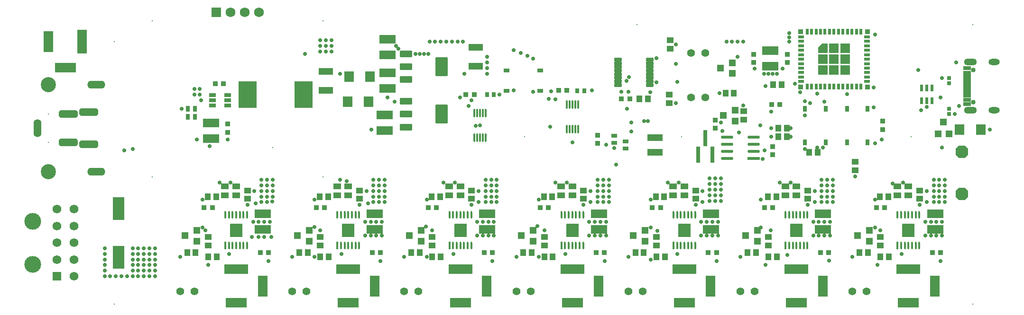
<source format=gts>
G04*
G04 #@! TF.GenerationSoftware,Altium Limited,Altium Designer,24.5.2 (23)*
G04*
G04 Layer_Color=8388736*
%FSLAX44Y44*%
%MOMM*%
G71*
G04*
G04 #@! TF.SameCoordinates,89E67EBC-8B33-4F8A-85E1-C4BFE03A709E*
G04*
G04*
G04 #@! TF.FilePolarity,Negative*
G04*
G01*
G75*
G04:AMPARAMS|DCode=21|XSize=1.45mm|YSize=0.3mm|CornerRadius=0.0495mm|HoleSize=0mm|Usage=FLASHONLY|Rotation=90.000|XOffset=0mm|YOffset=0mm|HoleType=Round|Shape=RoundedRectangle|*
%AMROUNDEDRECTD21*
21,1,1.4500,0.2010,0,0,90.0*
21,1,1.3510,0.3000,0,0,90.0*
1,1,0.0990,0.1005,0.6755*
1,1,0.0990,0.1005,-0.6755*
1,1,0.0990,-0.1005,-0.6755*
1,1,0.0990,-0.1005,0.6755*
%
%ADD21ROUNDEDRECTD21*%
%ADD22R,0.6500X3.0000*%
%ADD23R,0.9121X0.9581*%
G04:AMPARAMS|DCode=25|XSize=2.1692mm|YSize=0.5821mm|CornerRadius=0.2911mm|HoleSize=0mm|Usage=FLASHONLY|Rotation=180.000|XOffset=0mm|YOffset=0mm|HoleType=Round|Shape=RoundedRectangle|*
%AMROUNDEDRECTD25*
21,1,2.1692,0.0000,0,0,180.0*
21,1,1.5870,0.5821,0,0,180.0*
1,1,0.5821,-0.7935,0.0000*
1,1,0.5821,0.7935,0.0000*
1,1,0.5821,0.7935,0.0000*
1,1,0.5821,-0.7935,0.0000*
%
%ADD25ROUNDEDRECTD25*%
%ADD26R,2.1692X0.5821*%
%ADD27R,2.5000X1.2500*%
%ADD30R,1.0000X0.7000*%
%ADD33R,0.7000X1.0000*%
%ADD36R,0.3408X1.3554*%
G04:AMPARAMS|DCode=37|XSize=1.3554mm|YSize=0.3408mm|CornerRadius=0.1704mm|HoleSize=0mm|Usage=FLASHONLY|Rotation=90.000|XOffset=0mm|YOffset=0mm|HoleType=Round|Shape=RoundedRectangle|*
%AMROUNDEDRECTD37*
21,1,1.3554,0.0000,0,0,90.0*
21,1,1.0147,0.3408,0,0,90.0*
1,1,0.3408,0.0000,0.5073*
1,1,0.3408,0.0000,-0.5073*
1,1,0.3408,0.0000,-0.5073*
1,1,0.3408,0.0000,0.5073*
%
%ADD37ROUNDEDRECTD37*%
%ADD41R,0.9581X0.9121*%
%ADD45R,0.6000X1.2000*%
%ADD46R,0.6725X0.7154*%
%ADD49R,2.0000X4.1000*%
%ADD50R,0.7581X0.8121*%
%ADD57R,2.8032X1.2532*%
%ADD58R,0.8032X1.0032*%
%ADD59R,1.0032X0.8032*%
%ADD60R,1.7272X1.8796*%
%ADD61R,1.1684X1.2700*%
%ADD62R,1.0032X1.2032*%
%ADD63R,2.9032X1.5032*%
%ADD64R,2.3100X2.4600*%
%ADD65R,1.4532X1.0032*%
%ADD66R,1.2032X1.0032*%
%ADD67R,1.2700X1.1684*%
G04:AMPARAMS|DCode=68|XSize=0.6032mm|YSize=1.4032mm|CornerRadius=0.1516mm|HoleSize=0mm|Usage=FLASHONLY|Rotation=270.000|XOffset=0mm|YOffset=0mm|HoleType=Round|Shape=RoundedRectangle|*
%AMROUNDEDRECTD68*
21,1,0.6032,1.1000,0,0,270.0*
21,1,0.3000,1.4032,0,0,270.0*
1,1,0.3032,-0.5500,-0.1500*
1,1,0.3032,-0.5500,0.1500*
1,1,0.3032,0.5500,0.1500*
1,1,0.3032,0.5500,-0.1500*
%
%ADD68ROUNDEDRECTD68*%
%ADD69R,1.3432X0.8032*%
%ADD70R,1.3432X0.5032*%
G04:AMPARAMS|DCode=71|XSize=1.2032mm|YSize=2.2532mm|CornerRadius=0.1516mm|HoleSize=0mm|Usage=FLASHONLY|Rotation=90.000|XOffset=0mm|YOffset=0mm|HoleType=Round|Shape=RoundedRectangle|*
%AMROUNDEDRECTD71*
21,1,1.2032,1.9500,0,0,90.0*
21,1,0.9000,2.2532,0,0,90.0*
1,1,0.3032,0.9750,0.4500*
1,1,0.3032,0.9750,-0.4500*
1,1,0.3032,-0.9750,-0.4500*
1,1,0.3032,-0.9750,0.4500*
%
%ADD71ROUNDEDRECTD71*%
G04:AMPARAMS|DCode=72|XSize=3.4532mm|YSize=2.2532mm|CornerRadius=0.1529mm|HoleSize=0mm|Usage=FLASHONLY|Rotation=90.000|XOffset=0mm|YOffset=0mm|HoleType=Round|Shape=RoundedRectangle|*
%AMROUNDEDRECTD72*
21,1,3.4532,1.9475,0,0,90.0*
21,1,3.1475,2.2532,0,0,90.0*
1,1,0.3057,0.9738,1.5738*
1,1,0.3057,0.9738,-1.5738*
1,1,0.3057,-0.9738,-1.5738*
1,1,0.3057,-0.9738,1.5738*
%
%ADD72ROUNDEDRECTD72*%
%ADD73R,1.2032X0.8032*%
%ADD74R,3.2032X4.7032*%
%ADD75R,1.0032X0.6032*%
%ADD76R,0.6032X1.0032*%
%ADD77R,1.6532X1.6532*%
%ADD78R,0.9032X0.9032*%
%ADD79C,3.0000*%
%ADD80C,1.5700*%
%ADD81R,1.5700X1.5700*%
%ADD82C,0.2032*%
%ADD83C,1.7272*%
%ADD84R,1.7272X1.7272*%
G04:AMPARAMS|DCode=85|XSize=2.2032mm|YSize=2.2032mm|CornerRadius=0mm|HoleSize=0mm|Usage=FLASHONLY|Rotation=0.000|XOffset=0mm|YOffset=0mm|HoleType=Round|Shape=Octagon|*
%AMOCTAGOND85*
4,1,8,1.1016,-0.5508,1.1016,0.5508,0.5508,1.1016,-0.5508,1.1016,-1.1016,0.5508,-1.1016,-0.5508,-0.5508,-1.1016,0.5508,-1.1016,1.1016,-0.5508,0.0*
%
%ADD85OCTAGOND85*%

%ADD86C,1.4224*%
%ADD87R,4.2032X1.7032*%
%ADD88R,3.7032X1.7032*%
%ADD89R,1.7032X3.7032*%
%ADD90O,2.3032X1.2532*%
%ADD91O,2.0032X1.1032*%
%ADD92C,0.8532*%
%ADD93C,2.7032*%
G04:AMPARAMS|DCode=94|XSize=1.4032mm|YSize=3.4032mm|CornerRadius=0mm|HoleSize=0mm|Usage=FLASHONLY|Rotation=90.000|XOffset=0mm|YOffset=0mm|HoleType=Round|Shape=Octagon|*
%AMOCTAGOND94*
4,1,8,-1.7016,-0.3508,-1.7016,0.3508,-1.3508,0.7016,1.3508,0.7016,1.7016,0.3508,1.7016,-0.3508,1.3508,-0.7016,-1.3508,-0.7016,-1.7016,-0.3508,0.0*
%
%ADD94OCTAGOND94*%

%ADD95O,1.4032X3.2032*%
%ADD96O,3.2032X1.4032*%
%ADD97R,1.7032X4.2032*%
%ADD98C,0.7032*%
G36*
X1440500Y500000D02*
X1424000D01*
Y509900D01*
X1430600Y516500D01*
X1440500D01*
Y500000D01*
D02*
G37*
D21*
X975000Y407000D02*
D03*
X980000D02*
D03*
X985000D02*
D03*
X990000D02*
D03*
X995000D02*
D03*
Y363000D02*
D03*
X990000D02*
D03*
X985000D02*
D03*
X980000D02*
D03*
X975000D02*
D03*
X810000Y392000D02*
D03*
X815000D02*
D03*
X820000D02*
D03*
X825000D02*
D03*
X830000D02*
D03*
Y348000D02*
D03*
X825000D02*
D03*
X820000D02*
D03*
X815000D02*
D03*
X810000D02*
D03*
D22*
X1222500Y347500D02*
D03*
X1235200Y317500D02*
D03*
X1209800D02*
D03*
D23*
X1342500Y317730D02*
D03*
Y332270D02*
D03*
X1538500Y377270D02*
D03*
Y362730D02*
D03*
X1368500Y497270D02*
D03*
Y482730D02*
D03*
X1308500Y497270D02*
D03*
Y482730D02*
D03*
X1240000Y379770D02*
D03*
Y365230D02*
D03*
X370000Y372270D02*
D03*
Y357730D02*
D03*
X1030000Y337730D02*
D03*
Y352270D02*
D03*
D25*
X1261364Y310950D02*
D03*
Y323650D02*
D03*
Y336350D02*
D03*
Y349050D02*
D03*
X1308636D02*
D03*
Y336350D02*
D03*
Y323650D02*
D03*
D26*
Y310950D02*
D03*
D27*
X812500Y475500D02*
D03*
Y509500D02*
D03*
X545000Y467000D02*
D03*
Y433000D02*
D03*
D30*
X867500Y468500D02*
D03*
X927500D02*
D03*
X867500Y431500D02*
D03*
X927500D02*
D03*
D33*
X1512000Y400000D02*
D03*
Y340000D02*
D03*
X1475000Y400000D02*
D03*
Y340000D02*
D03*
X1437000Y400000D02*
D03*
Y340000D02*
D03*
X1400000Y400000D02*
D03*
Y340000D02*
D03*
D36*
X365500Y154746D02*
D03*
X1565500D02*
D03*
X1365500D02*
D03*
X1165500D02*
D03*
X965500D02*
D03*
X765500D02*
D03*
X565500D02*
D03*
D37*
X372000D02*
D03*
X378500D02*
D03*
X385000D02*
D03*
X391500D02*
D03*
X398000D02*
D03*
X404500D02*
D03*
Y210254D02*
D03*
X398000D02*
D03*
X391500D02*
D03*
X385000D02*
D03*
X378500D02*
D03*
X372000D02*
D03*
X365500D02*
D03*
X1565500D02*
D03*
X1572000D02*
D03*
X1578500D02*
D03*
X1585000D02*
D03*
X1591500D02*
D03*
X1598000D02*
D03*
X1604500D02*
D03*
Y154746D02*
D03*
X1598000D02*
D03*
X1591500D02*
D03*
X1585000D02*
D03*
X1578500D02*
D03*
X1572000D02*
D03*
X1365500Y210254D02*
D03*
X1372000D02*
D03*
X1378500D02*
D03*
X1385000D02*
D03*
X1391500D02*
D03*
X1398000D02*
D03*
X1404500D02*
D03*
Y154746D02*
D03*
X1398000D02*
D03*
X1391500D02*
D03*
X1385000D02*
D03*
X1378500D02*
D03*
X1372000D02*
D03*
X1165500Y210254D02*
D03*
X1172000D02*
D03*
X1178500D02*
D03*
X1185000D02*
D03*
X1191500D02*
D03*
X1198000D02*
D03*
X1204500D02*
D03*
Y154746D02*
D03*
X1198000D02*
D03*
X1191500D02*
D03*
X1185000D02*
D03*
X1178500D02*
D03*
X1172000D02*
D03*
X965500Y210254D02*
D03*
X972000D02*
D03*
X978500D02*
D03*
X985000D02*
D03*
X991500D02*
D03*
X998000D02*
D03*
X1004500D02*
D03*
Y154746D02*
D03*
X998000D02*
D03*
X991500D02*
D03*
X985000D02*
D03*
X978500D02*
D03*
X972000D02*
D03*
X765500Y210254D02*
D03*
X772000D02*
D03*
X778500D02*
D03*
X785000D02*
D03*
X791500D02*
D03*
X798000D02*
D03*
X804500D02*
D03*
Y154746D02*
D03*
X798000D02*
D03*
X791500D02*
D03*
X785000D02*
D03*
X778500D02*
D03*
X772000D02*
D03*
X565500Y210254D02*
D03*
X572000D02*
D03*
X578500D02*
D03*
X585000D02*
D03*
X591500D02*
D03*
X598000D02*
D03*
X604500D02*
D03*
Y154746D02*
D03*
X598000D02*
D03*
X591500D02*
D03*
X585000D02*
D03*
X578500D02*
D03*
X572000D02*
D03*
D41*
X342270Y222500D02*
D03*
X327730D02*
D03*
X427730Y142500D02*
D03*
X442270D02*
D03*
X1072730Y417500D02*
D03*
X1087270D02*
D03*
X960230Y432500D02*
D03*
X974770D02*
D03*
X795000Y425000D02*
D03*
X809540D02*
D03*
X1527730Y222500D02*
D03*
X1542270D02*
D03*
X1327730D02*
D03*
X1342270D02*
D03*
X1127730D02*
D03*
X1142270D02*
D03*
X927730D02*
D03*
X942270D02*
D03*
X727730D02*
D03*
X742270D02*
D03*
X842270Y142500D02*
D03*
X827730D02*
D03*
X527730Y222500D02*
D03*
X542270D02*
D03*
X1642270Y142500D02*
D03*
X1627730D02*
D03*
X1442270D02*
D03*
X1427730D02*
D03*
X1242270D02*
D03*
X1227730D02*
D03*
X1042270D02*
D03*
X1027730D02*
D03*
X642270D02*
D03*
X627730D02*
D03*
X362270Y445000D02*
D03*
X347730D02*
D03*
X1340793Y407581D02*
D03*
X1355333D02*
D03*
D45*
X1608000Y436714D02*
D03*
X1617500D02*
D03*
X1627000D02*
D03*
Y413714D02*
D03*
X1617500D02*
D03*
X1608000D02*
D03*
D46*
X1657500Y445429D02*
D03*
Y455000D02*
D03*
Y400000D02*
D03*
Y390429D02*
D03*
D49*
X175000Y134000D02*
D03*
Y221000D02*
D03*
D50*
X1006270Y431509D02*
D03*
X993730D02*
D03*
X845000Y425000D02*
D03*
X832460D02*
D03*
D57*
X1132500Y348250D02*
D03*
Y321750D02*
D03*
D58*
X311500Y400000D02*
D03*
X298500D02*
D03*
Y385000D02*
D03*
X311500D02*
D03*
D59*
X1060000Y351500D02*
D03*
Y338500D02*
D03*
X1080000Y341500D02*
D03*
Y328500D02*
D03*
D60*
X1713796Y362500D02*
D03*
X1676204D02*
D03*
X623796Y457500D02*
D03*
X586204D02*
D03*
X621296Y412500D02*
D03*
X583704D02*
D03*
D61*
X1638000Y355000D02*
D03*
X1657152D02*
D03*
X1647500Y376176D02*
D03*
D62*
X1358293Y442580D02*
D03*
X1343293D02*
D03*
X1423098Y321535D02*
D03*
X1408098D02*
D03*
X312500Y142500D02*
D03*
X297500D02*
D03*
X349000Y242500D02*
D03*
X334000D02*
D03*
X335000Y135000D02*
D03*
X350000D02*
D03*
X1105000Y417500D02*
D03*
X1120000D02*
D03*
X1534000Y242500D02*
D03*
X1549000D02*
D03*
X1334000D02*
D03*
X1349000D02*
D03*
X1134000D02*
D03*
X1149000D02*
D03*
X934000D02*
D03*
X949000D02*
D03*
X734000D02*
D03*
X749000D02*
D03*
X534000D02*
D03*
X549000D02*
D03*
X1550000Y135000D02*
D03*
X1535000D02*
D03*
X1350000D02*
D03*
X1335000D02*
D03*
X1150000D02*
D03*
X1135000D02*
D03*
X950000D02*
D03*
X935000D02*
D03*
X750000D02*
D03*
X735000D02*
D03*
X550000D02*
D03*
X535000D02*
D03*
X1352500Y365000D02*
D03*
X1367500D02*
D03*
X1352500Y350000D02*
D03*
X1367500D02*
D03*
X1497500Y142500D02*
D03*
X1512500D02*
D03*
X1297500D02*
D03*
X1312500D02*
D03*
X1097500D02*
D03*
X1112500D02*
D03*
X897500D02*
D03*
X912500D02*
D03*
X697500D02*
D03*
X712500D02*
D03*
X497500D02*
D03*
X512500D02*
D03*
X1273293Y427581D02*
D03*
X1258293D02*
D03*
D63*
X1338500Y476000D02*
D03*
Y504000D02*
D03*
X432500Y183500D02*
D03*
Y211500D02*
D03*
X1632500D02*
D03*
Y183500D02*
D03*
X1432500Y211500D02*
D03*
Y183500D02*
D03*
X1232500Y211500D02*
D03*
Y183500D02*
D03*
X1032500Y211500D02*
D03*
Y183500D02*
D03*
X832500Y211500D02*
D03*
Y183500D02*
D03*
X632500Y211500D02*
D03*
Y183500D02*
D03*
X340000Y374000D02*
D03*
Y346000D02*
D03*
X650000Y389000D02*
D03*
Y361000D02*
D03*
X655000Y464000D02*
D03*
Y436000D02*
D03*
Y496000D02*
D03*
Y524000D02*
D03*
D64*
X385000Y182500D02*
D03*
X1585000D02*
D03*
X1385000D02*
D03*
X1185000D02*
D03*
X985000D02*
D03*
X785000D02*
D03*
X585000D02*
D03*
D65*
X365000Y244500D02*
D03*
Y260500D02*
D03*
X385000Y244500D02*
D03*
Y260500D02*
D03*
X1585000D02*
D03*
Y244500D02*
D03*
X1565000Y260500D02*
D03*
Y244500D02*
D03*
X1385000Y260500D02*
D03*
Y244500D02*
D03*
X1365000Y260500D02*
D03*
Y244500D02*
D03*
X1185000Y260500D02*
D03*
Y244500D02*
D03*
X1165000Y260500D02*
D03*
Y244500D02*
D03*
X985000Y260500D02*
D03*
Y244500D02*
D03*
X965000Y260500D02*
D03*
Y244500D02*
D03*
X785000Y260500D02*
D03*
Y244500D02*
D03*
X765000Y260500D02*
D03*
Y244500D02*
D03*
X585000Y260500D02*
D03*
Y244500D02*
D03*
X565000Y260500D02*
D03*
Y244500D02*
D03*
D66*
X405000Y253500D02*
D03*
Y238500D02*
D03*
X335000Y155000D02*
D03*
Y170000D02*
D03*
X1605000Y238500D02*
D03*
Y253500D02*
D03*
X1405000Y238500D02*
D03*
Y253500D02*
D03*
X1205000Y238500D02*
D03*
Y253500D02*
D03*
X1005000Y238500D02*
D03*
Y253500D02*
D03*
X805000Y238500D02*
D03*
Y253500D02*
D03*
X605000Y238500D02*
D03*
Y253500D02*
D03*
X1535000Y170000D02*
D03*
Y155000D02*
D03*
X1335000Y170000D02*
D03*
Y155000D02*
D03*
X1135000Y170000D02*
D03*
Y155000D02*
D03*
X935000Y170000D02*
D03*
Y155000D02*
D03*
X735000Y170000D02*
D03*
Y155000D02*
D03*
X535000Y170000D02*
D03*
Y155000D02*
D03*
X1490000Y290000D02*
D03*
Y305000D02*
D03*
X1157500Y410000D02*
D03*
Y425000D02*
D03*
X1160000Y507500D02*
D03*
Y522500D02*
D03*
X1290793Y380081D02*
D03*
Y395081D02*
D03*
D67*
X293824Y172500D02*
D03*
X315000Y182152D02*
D03*
Y163000D02*
D03*
X1515000D02*
D03*
Y182152D02*
D03*
X1493824Y172500D02*
D03*
X1315000Y163000D02*
D03*
Y182152D02*
D03*
X1293824Y172500D02*
D03*
X1115000Y163000D02*
D03*
Y182152D02*
D03*
X1093824Y172500D02*
D03*
X915000Y163000D02*
D03*
Y182152D02*
D03*
X893824Y172500D02*
D03*
X715000Y163000D02*
D03*
Y182152D02*
D03*
X693824Y172500D02*
D03*
X515000Y163000D02*
D03*
Y182152D02*
D03*
X493824Y172500D02*
D03*
X1275793Y378080D02*
D03*
Y397233D02*
D03*
X1254617Y387581D02*
D03*
X1270793Y463081D02*
D03*
Y482233D02*
D03*
X1249617Y472581D02*
D03*
D68*
X1066500Y487750D02*
D03*
Y481250D02*
D03*
Y474750D02*
D03*
Y468250D02*
D03*
Y461750D02*
D03*
Y455250D02*
D03*
Y448750D02*
D03*
Y442250D02*
D03*
X1123500Y487750D02*
D03*
Y481250D02*
D03*
Y474750D02*
D03*
Y468250D02*
D03*
Y461750D02*
D03*
Y455250D02*
D03*
Y448750D02*
D03*
Y442250D02*
D03*
D69*
X1690000Y408214D02*
D03*
Y416214D02*
D03*
Y464214D02*
D03*
Y472214D02*
D03*
D70*
Y422714D02*
D03*
Y427714D02*
D03*
Y432714D02*
D03*
Y437714D02*
D03*
Y442714D02*
D03*
Y447714D02*
D03*
Y452714D02*
D03*
Y457714D02*
D03*
D71*
X688250Y498000D02*
D03*
Y475000D02*
D03*
Y452000D02*
D03*
Y367000D02*
D03*
Y390000D02*
D03*
Y413000D02*
D03*
D72*
X751750Y475000D02*
D03*
Y390000D02*
D03*
D73*
X370000Y424500D02*
D03*
Y415000D02*
D03*
Y405500D02*
D03*
X342500D02*
D03*
Y415000D02*
D03*
Y424500D02*
D03*
D74*
X405000Y425000D02*
D03*
X505000D02*
D03*
D75*
X1393000Y528500D02*
D03*
Y520500D02*
D03*
Y512500D02*
D03*
Y504500D02*
D03*
Y496500D02*
D03*
Y488500D02*
D03*
Y480500D02*
D03*
Y472500D02*
D03*
Y464500D02*
D03*
Y456500D02*
D03*
Y448500D02*
D03*
X1511000D02*
D03*
Y456500D02*
D03*
Y464500D02*
D03*
Y472500D02*
D03*
Y480500D02*
D03*
Y488500D02*
D03*
Y496500D02*
D03*
Y504500D02*
D03*
Y512500D02*
D03*
Y520500D02*
D03*
Y528500D02*
D03*
D76*
X1404000Y439500D02*
D03*
X1412000D02*
D03*
X1420000D02*
D03*
X1428000D02*
D03*
X1436000D02*
D03*
X1444000D02*
D03*
X1452000D02*
D03*
X1460000D02*
D03*
X1468000D02*
D03*
X1476000D02*
D03*
X1484000D02*
D03*
X1492000D02*
D03*
X1500000D02*
D03*
Y537500D02*
D03*
X1492000D02*
D03*
X1484000D02*
D03*
X1476000D02*
D03*
X1468000D02*
D03*
X1460000D02*
D03*
X1452000D02*
D03*
X1444000D02*
D03*
X1436000D02*
D03*
X1428000D02*
D03*
X1420000D02*
D03*
X1412000D02*
D03*
X1404000D02*
D03*
D77*
X1452000Y488500D02*
D03*
X1471750Y508250D02*
D03*
X1452000D02*
D03*
X1432250Y488500D02*
D03*
Y468750D02*
D03*
X1452000D02*
D03*
X1471750D02*
D03*
Y488500D02*
D03*
D78*
X1392500Y538000D02*
D03*
Y439000D02*
D03*
X1511500D02*
D03*
Y538000D02*
D03*
D79*
X21800Y121500D02*
D03*
Y198500D02*
D03*
D80*
X95000Y220000D02*
D03*
Y190000D02*
D03*
Y160000D02*
D03*
Y130000D02*
D03*
Y100000D02*
D03*
X65000Y220000D02*
D03*
Y190000D02*
D03*
Y160000D02*
D03*
Y130000D02*
D03*
D81*
Y100000D02*
D03*
D82*
X235200Y277500D02*
D03*
X540000D02*
D03*
Y556900D02*
D03*
X235200D02*
D03*
X1100000Y550000D02*
D03*
X1700000D02*
D03*
X1590000Y350000D02*
D03*
X167500Y50000D02*
D03*
Y520000D02*
D03*
X450000Y330000D02*
D03*
X900000Y350000D02*
D03*
X1180000D02*
D03*
X1700000Y50000D02*
D03*
X50000Y340000D02*
D03*
Y390000D02*
D03*
D83*
X425700Y572140D02*
D03*
X400300D02*
D03*
X374900D02*
D03*
D84*
X349500D02*
D03*
D85*
X1680000Y247000D02*
D03*
Y323000D02*
D03*
D86*
X285000Y72500D02*
D03*
X310400D02*
D03*
X1222400Y500000D02*
D03*
X1197000D02*
D03*
X510400Y72500D02*
D03*
X485000D02*
D03*
X1510400D02*
D03*
X1485000D02*
D03*
X1310400D02*
D03*
X1285000D02*
D03*
X1110400D02*
D03*
X1085000D02*
D03*
X910400D02*
D03*
X885000D02*
D03*
X710400D02*
D03*
X685000D02*
D03*
X1222400Y420000D02*
D03*
X1197000D02*
D03*
D87*
X385000Y112500D02*
D03*
X1585000D02*
D03*
X1385000D02*
D03*
X1185000D02*
D03*
X985000D02*
D03*
X785000D02*
D03*
X585000D02*
D03*
D88*
X385000Y52500D02*
D03*
X1585000D02*
D03*
X1385000D02*
D03*
X1185000D02*
D03*
X985000D02*
D03*
X785000D02*
D03*
X585000D02*
D03*
X80000Y473000D02*
D03*
D89*
X432000Y82500D02*
D03*
X1632000D02*
D03*
X1432000D02*
D03*
X1232000D02*
D03*
X1032000D02*
D03*
X832000D02*
D03*
X632000D02*
D03*
X50000Y520000D02*
D03*
D90*
X1695700Y397014D02*
D03*
Y483414D02*
D03*
D91*
X1737500Y397014D02*
D03*
Y483414D02*
D03*
D92*
X1700700Y469114D02*
D03*
Y411314D02*
D03*
D93*
X50000Y287000D02*
D03*
Y443000D02*
D03*
D94*
X121500Y394000D02*
D03*
Y336000D02*
D03*
X85000Y390000D02*
D03*
Y340000D02*
D03*
D95*
X30000Y365000D02*
D03*
D96*
X135000Y287000D02*
D03*
Y443000D02*
D03*
D97*
X110000Y520000D02*
D03*
D98*
X1063506Y299855D02*
D03*
X922874Y189518D02*
D03*
X1124250Y429250D02*
D03*
X570000Y462500D02*
D03*
X1443016Y128016D02*
D03*
X1368862Y137854D02*
D03*
X1321688Y237499D02*
D03*
X1321717Y187498D02*
D03*
X1112802Y377810D02*
D03*
X1120000D02*
D03*
X1136580Y180920D02*
D03*
X1125000Y187500D02*
D03*
X723420Y189080D02*
D03*
X735000Y182500D02*
D03*
X535144Y182356D02*
D03*
X524484Y188016D02*
D03*
X200000Y327500D02*
D03*
X1089960Y375000D02*
D03*
X1082500Y400000D02*
D03*
X1290000Y405730D02*
D03*
X1328016Y325230D02*
D03*
X1375000Y350000D02*
D03*
X1409270Y410000D02*
D03*
X1400000Y413540D02*
D03*
X1340056Y394310D02*
D03*
X1391829Y429254D02*
D03*
X1421984Y426944D02*
D03*
X1382540Y444825D02*
D03*
X1327500Y462500D02*
D03*
X1335000D02*
D03*
X1342500D02*
D03*
X1350000D02*
D03*
X1475000Y425730D02*
D03*
X1617500Y403270D02*
D03*
X1252500Y360000D02*
D03*
X1310000Y471730D02*
D03*
X1360000D02*
D03*
X1170000Y515000D02*
D03*
X1082037Y450049D02*
D03*
X1085655Y456298D02*
D03*
X955000Y416730D02*
D03*
X880000Y505000D02*
D03*
X892500Y499270D02*
D03*
X905000Y494230D02*
D03*
X915000Y489690D02*
D03*
X1135000Y490500D02*
D03*
X855040Y425000D02*
D03*
X805000Y415040D02*
D03*
X812540Y369334D02*
D03*
X570000Y272500D02*
D03*
X525000Y236730D02*
D03*
X1338810Y182500D02*
D03*
X1170000Y480000D02*
D03*
X1230000Y275000D02*
D03*
X1240000D02*
D03*
X1250000D02*
D03*
X1089960Y358956D02*
D03*
X1377500Y175000D02*
D03*
Y182500D02*
D03*
X942500Y417500D02*
D03*
X945000Y367500D02*
D03*
X1282500Y357500D02*
D03*
X1250000Y375000D02*
D03*
X1325000Y310000D02*
D03*
X792500Y462500D02*
D03*
X832500D02*
D03*
Y472500D02*
D03*
Y482500D02*
D03*
Y492500D02*
D03*
X850000Y272500D02*
D03*
Y252500D02*
D03*
X840000Y262500D02*
D03*
X830000Y272500D02*
D03*
X840000Y242500D02*
D03*
X850000Y232500D02*
D03*
Y242500D02*
D03*
X830000Y262500D02*
D03*
X840000Y252500D02*
D03*
X830000D02*
D03*
Y232500D02*
D03*
X817500D02*
D03*
X845000Y197500D02*
D03*
X835000D02*
D03*
X805000Y227500D02*
D03*
X817500Y252500D02*
D03*
X820000Y370000D02*
D03*
X830000Y242500D02*
D03*
X582500Y270000D02*
D03*
X625795Y362380D02*
D03*
X985000Y340000D02*
D03*
X1045000Y335000D02*
D03*
X1059954Y329672D02*
D03*
X1372500Y520000D02*
D03*
Y527500D02*
D03*
X1280000Y492500D02*
D03*
X705000Y497500D02*
D03*
X720000D02*
D03*
X727500D02*
D03*
X670000Y512500D02*
D03*
X535000Y502500D02*
D03*
X555000D02*
D03*
X545000D02*
D03*
X535000Y512500D02*
D03*
X545000D02*
D03*
X555000D02*
D03*
Y522500D02*
D03*
X535000D02*
D03*
X545000D02*
D03*
X507500Y497500D02*
D03*
X674163Y506838D02*
D03*
X1556940Y266310D02*
D03*
X840000Y272500D02*
D03*
Y232500D02*
D03*
X850000Y262500D02*
D03*
X915000Y430000D02*
D03*
X880000Y432500D02*
D03*
X425000Y170000D02*
D03*
X392500Y175000D02*
D03*
X329960Y182500D02*
D03*
X355000Y267500D02*
D03*
X375000D02*
D03*
X430000Y272500D02*
D03*
X450000Y262500D02*
D03*
X377500Y182500D02*
D03*
Y190000D02*
D03*
X440000Y252500D02*
D03*
X430000Y242500D02*
D03*
X417500Y252500D02*
D03*
X430000Y262500D02*
D03*
X440000Y272500D02*
D03*
X430000Y252500D02*
D03*
X420000Y230000D02*
D03*
X440000Y262500D02*
D03*
X450000Y272500D02*
D03*
X405000Y227500D02*
D03*
X415000Y197500D02*
D03*
X440000Y232500D02*
D03*
X392500Y182500D02*
D03*
X450000Y242500D02*
D03*
X448936Y233564D02*
D03*
X425000Y197500D02*
D03*
X435000Y197500D02*
D03*
X655000Y420000D02*
D03*
X412500Y170000D02*
D03*
X445000Y197500D02*
D03*
X1667500Y390000D02*
D03*
X1730000Y362500D02*
D03*
X1450000Y272500D02*
D03*
X1422500Y330000D02*
D03*
X1432500D02*
D03*
X1645000D02*
D03*
X790000Y520000D02*
D03*
X1247500Y427460D02*
D03*
X1085000Y430000D02*
D03*
X1072500D02*
D03*
X1522500Y402500D02*
D03*
X1435000Y412500D02*
D03*
X1400000Y327500D02*
D03*
X1375000Y365000D02*
D03*
X1400000Y387500D02*
D03*
X325000Y187500D02*
D03*
Y237500D02*
D03*
X440000Y242500D02*
D03*
X450000Y252500D02*
D03*
X335000Y120000D02*
D03*
X442500Y127500D02*
D03*
X285000Y135000D02*
D03*
X372500Y140000D02*
D03*
X447314Y170186D02*
D03*
X435000Y170000D02*
D03*
X377500Y175000D02*
D03*
X385000Y182500D02*
D03*
X392500Y190000D02*
D03*
X430000Y232500D02*
D03*
X185000Y325000D02*
D03*
X1135000Y447500D02*
D03*
X1170000Y410000D02*
D03*
X1172500Y448055D02*
D03*
X1522500Y437500D02*
D03*
X947500Y430991D02*
D03*
X1330000Y440000D02*
D03*
X1020000Y432540D02*
D03*
X1320202Y369798D02*
D03*
X1645000Y454960D02*
D03*
X1602500Y468754D02*
D03*
X1489919Y278293D02*
D03*
X1607500Y397500D02*
D03*
X1670000Y482500D02*
D03*
X1675000Y405000D02*
D03*
X1642500Y420000D02*
D03*
X315000Y345000D02*
D03*
X370000D02*
D03*
X1340000Y350000D02*
D03*
X712500Y497500D02*
D03*
X784656Y420344D02*
D03*
X667500Y412500D02*
D03*
X310000Y425000D02*
D03*
Y435000D02*
D03*
X320000D02*
D03*
Y425000D02*
D03*
X1250000Y265000D02*
D03*
X1240000D02*
D03*
X1250000Y255000D02*
D03*
Y245000D02*
D03*
X1230000Y265000D02*
D03*
X1240000Y255000D02*
D03*
X925000Y237500D02*
D03*
X1040000Y272500D02*
D03*
X1050000D02*
D03*
X1230000Y255000D02*
D03*
X1250000Y235000D02*
D03*
X1240000Y245000D02*
D03*
X1217500Y252500D02*
D03*
X1240000Y235000D02*
D03*
X1230000Y245000D02*
D03*
X337500Y332500D02*
D03*
X287500Y400000D02*
D03*
X322500Y415000D02*
D03*
X730000Y520000D02*
D03*
X770000D02*
D03*
X750000D02*
D03*
X740000D02*
D03*
X780000D02*
D03*
X760000D02*
D03*
X1290000D02*
D03*
X1280000D02*
D03*
X1270000D02*
D03*
X1260000D02*
D03*
X1525000Y532500D02*
D03*
X1372500Y535000D02*
D03*
X1340000Y365000D02*
D03*
X1525000Y337500D02*
D03*
X1537500Y345000D02*
D03*
X1432250Y488500D02*
D03*
X190000Y100000D02*
D03*
X180000D02*
D03*
X170000D02*
D03*
X160000D02*
D03*
X150000D02*
D03*
Y110000D02*
D03*
Y120000D02*
D03*
Y130000D02*
D03*
Y140000D02*
D03*
Y150000D02*
D03*
X240000Y100000D02*
D03*
Y110000D02*
D03*
Y120000D02*
D03*
Y130000D02*
D03*
Y140000D02*
D03*
Y150000D02*
D03*
X230000D02*
D03*
Y140000D02*
D03*
Y130000D02*
D03*
Y120000D02*
D03*
Y110000D02*
D03*
Y100000D02*
D03*
X220000D02*
D03*
Y110000D02*
D03*
Y120000D02*
D03*
Y130000D02*
D03*
Y140000D02*
D03*
Y150000D02*
D03*
X210000Y100000D02*
D03*
Y110000D02*
D03*
Y120000D02*
D03*
Y130000D02*
D03*
Y140000D02*
D03*
Y150000D02*
D03*
X200000Y100000D02*
D03*
Y110000D02*
D03*
Y120000D02*
D03*
Y130000D02*
D03*
Y140000D02*
D03*
Y150000D02*
D03*
X1432250Y508250D02*
D03*
X1471750Y468750D02*
D03*
X1452000D02*
D03*
X1432250D02*
D03*
X1452000Y508250D02*
D03*
X1471750D02*
D03*
Y488500D02*
D03*
X1452000D02*
D03*
X800000Y405000D02*
D03*
X1530000Y120000D02*
D03*
X1485000Y135000D02*
D03*
X1330000Y120000D02*
D03*
X1125000Y130000D02*
D03*
X925000Y135000D02*
D03*
X725000D02*
D03*
X525000D02*
D03*
X1615000Y172500D02*
D03*
X1630000Y242500D02*
D03*
X1640000Y262500D02*
D03*
X1630000D02*
D03*
X1615000Y197500D02*
D03*
X1645000D02*
D03*
X1640000Y232500D02*
D03*
X1617500D02*
D03*
X1605000Y227500D02*
D03*
X1650000Y272500D02*
D03*
X1640000D02*
D03*
X1630000D02*
D03*
X1625000Y197500D02*
D03*
X1635000D02*
D03*
X1625000Y172500D02*
D03*
X1635000D02*
D03*
X1642500Y127500D02*
D03*
X1525000Y237500D02*
D03*
Y187500D02*
D03*
X1535000Y182500D02*
D03*
X1617500Y252500D02*
D03*
X1575000Y267500D02*
D03*
X1592500Y182500D02*
D03*
Y190000D02*
D03*
Y175000D02*
D03*
X1577500Y190000D02*
D03*
X1585000Y182500D02*
D03*
X1577500D02*
D03*
Y175000D02*
D03*
X1572500Y140000D02*
D03*
X1205000Y227500D02*
D03*
X1245000Y172500D02*
D03*
X1225000Y197500D02*
D03*
X1235000D02*
D03*
Y172500D02*
D03*
X1225000D02*
D03*
X1242500Y127500D02*
D03*
X1125000Y237500D02*
D03*
X1175000Y267500D02*
D03*
X1155000D02*
D03*
X1085000Y135000D02*
D03*
X1192500Y182500D02*
D03*
Y175000D02*
D03*
Y190000D02*
D03*
X1177500D02*
D03*
X1185000Y182500D02*
D03*
X1177500D02*
D03*
Y175000D02*
D03*
X1172500Y140000D02*
D03*
X1440000Y242500D02*
D03*
X1430000Y252500D02*
D03*
Y262500D02*
D03*
X1445000Y197500D02*
D03*
X1430000Y232500D02*
D03*
X1417500D02*
D03*
X1405000Y227500D02*
D03*
X1450000Y242500D02*
D03*
Y252500D02*
D03*
Y262500D02*
D03*
X1440000Y272500D02*
D03*
X1430000D02*
D03*
X1425000Y197500D02*
D03*
X1435000D02*
D03*
Y172500D02*
D03*
X1425000D02*
D03*
X1417500Y252500D02*
D03*
X1375000Y267500D02*
D03*
X1355000D02*
D03*
X1285000Y135000D02*
D03*
X1392500Y182500D02*
D03*
Y175000D02*
D03*
Y190000D02*
D03*
X1377500D02*
D03*
X1385000Y182500D02*
D03*
X1245000Y197500D02*
D03*
X1230000Y235000D02*
D03*
X1217500Y232500D02*
D03*
X1040000Y242500D02*
D03*
X1030000D02*
D03*
X1040000Y262500D02*
D03*
X1030000D02*
D03*
X1015000Y197500D02*
D03*
X1045000D02*
D03*
X1005000Y227500D02*
D03*
X1050000Y262500D02*
D03*
X1030000Y272500D02*
D03*
X1025000Y197500D02*
D03*
X1035000D02*
D03*
Y172500D02*
D03*
X1025000D02*
D03*
X1042500Y127500D02*
D03*
X935000Y182500D02*
D03*
X1017500Y252500D02*
D03*
X975000Y267500D02*
D03*
X955000D02*
D03*
X885000Y135000D02*
D03*
X992500Y182500D02*
D03*
Y175000D02*
D03*
Y190000D02*
D03*
X977500D02*
D03*
X985000Y182500D02*
D03*
X977500D02*
D03*
Y175000D02*
D03*
X972500Y140000D02*
D03*
X825000Y197500D02*
D03*
X835000Y172500D02*
D03*
X825000D02*
D03*
X842500Y127500D02*
D03*
X725000Y237500D02*
D03*
X775000Y267500D02*
D03*
X755000D02*
D03*
X685000Y135000D02*
D03*
X792500Y182500D02*
D03*
Y175000D02*
D03*
Y190000D02*
D03*
X777500D02*
D03*
X785000Y182500D02*
D03*
X777500D02*
D03*
Y175000D02*
D03*
X772500Y140000D02*
D03*
X615000Y172500D02*
D03*
X640000Y242500D02*
D03*
Y262500D02*
D03*
X650000D02*
D03*
Y272500D02*
D03*
X635000Y197500D02*
D03*
X625000D02*
D03*
X635000Y172500D02*
D03*
X625000D02*
D03*
X642500Y127500D02*
D03*
X617500Y252500D02*
D03*
X485000Y135000D02*
D03*
X592500Y182500D02*
D03*
Y175000D02*
D03*
Y190000D02*
D03*
X577500D02*
D03*
X585000Y182500D02*
D03*
X577500D02*
D03*
Y175000D02*
D03*
X572500Y140000D02*
D03*
X815000Y172500D02*
D03*
X845000D02*
D03*
X640000Y252500D02*
D03*
X630000Y262500D02*
D03*
X615000Y197500D02*
D03*
X645000D02*
D03*
X640000Y232500D02*
D03*
X645000Y172500D02*
D03*
X650000Y242500D02*
D03*
X1640000D02*
D03*
Y252500D02*
D03*
X1630000D02*
D03*
Y232500D02*
D03*
X1650000D02*
D03*
X1645000Y172500D02*
D03*
X1650000Y242500D02*
D03*
Y252500D02*
D03*
Y262500D02*
D03*
X1415000Y172500D02*
D03*
X1430000Y242500D02*
D03*
X1440000Y252500D02*
D03*
Y262500D02*
D03*
X1415000Y197500D02*
D03*
X1440000Y232500D02*
D03*
X1450000D02*
D03*
X1445000Y172500D02*
D03*
X1215000D02*
D03*
Y197500D02*
D03*
X1015000Y172500D02*
D03*
X1040000Y252500D02*
D03*
X1030000D02*
D03*
X1040000Y232500D02*
D03*
X1030000D02*
D03*
X1017500D02*
D03*
X1050000D02*
D03*
X1045000Y172500D02*
D03*
X1050000Y242500D02*
D03*
Y252500D02*
D03*
X815000Y197500D02*
D03*
X630000Y242500D02*
D03*
Y252500D02*
D03*
Y232500D02*
D03*
X620000Y230000D02*
D03*
X605000Y227500D02*
D03*
X650000Y232500D02*
D03*
Y252500D02*
D03*
X640000Y272500D02*
D03*
X630000D02*
D03*
M02*

</source>
